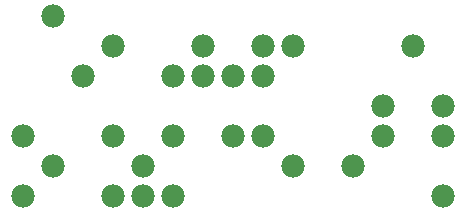
<source format=gts>
G75*
%MOIN*%
%OFA0B0*%
%FSLAX25Y25*%
%IPPOS*%
%LPD*%
%AMOC8*
5,1,8,0,0,1.08239X$1,22.5*
%
%ADD10C,0.07800*%
D10*
X0011000Y0011000D03*
X0021000Y0021000D03*
X0011000Y0031000D03*
X0041000Y0031000D03*
X0051000Y0021000D03*
X0051000Y0011000D03*
X0041000Y0011000D03*
X0061000Y0011000D03*
X0061000Y0031000D03*
X0081000Y0031000D03*
X0091000Y0031000D03*
X0101000Y0021000D03*
X0121000Y0021000D03*
X0131000Y0031000D03*
X0131000Y0041000D03*
X0151000Y0041000D03*
X0151000Y0031000D03*
X0151000Y0011000D03*
X0091000Y0051000D03*
X0081000Y0051000D03*
X0071000Y0051000D03*
X0061000Y0051000D03*
X0071000Y0061000D03*
X0091000Y0061000D03*
X0101000Y0061000D03*
X0141000Y0061000D03*
X0041000Y0061000D03*
X0031000Y0051000D03*
X0021000Y0071000D03*
M02*

</source>
